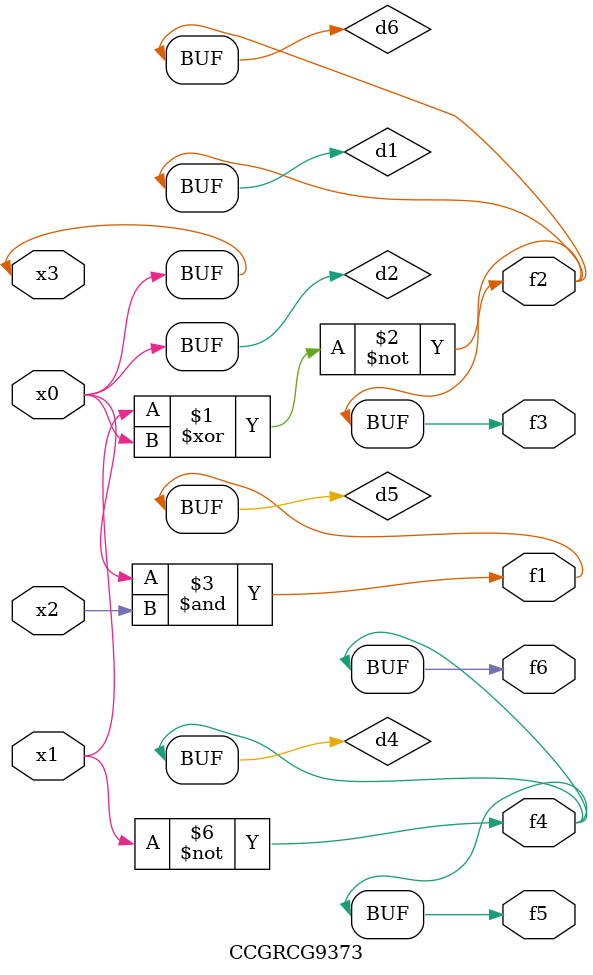
<source format=v>
module CCGRCG9373(
	input x0, x1, x2, x3,
	output f1, f2, f3, f4, f5, f6
);

	wire d1, d2, d3, d4, d5, d6;

	xnor (d1, x1, x3);
	buf (d2, x0, x3);
	nand (d3, x0, x2);
	not (d4, x1);
	nand (d5, d3);
	or (d6, d1);
	assign f1 = d5;
	assign f2 = d6;
	assign f3 = d6;
	assign f4 = d4;
	assign f5 = d4;
	assign f6 = d4;
endmodule

</source>
